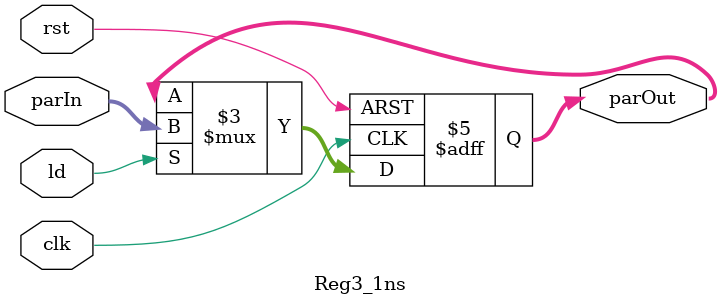
<source format=v>
`timescale 1ns/1ns
module Reg3_1ns(input clk, rst, ld, input [2:0] parIn, output reg [2:0] parOut);
    always @(posedge clk, posedge rst) begin
        #1
        if(rst) parOut = 3'b0;
        else if(ld) parOut = parIn;
        else parOut = parOut;
    end
endmodule
</source>
